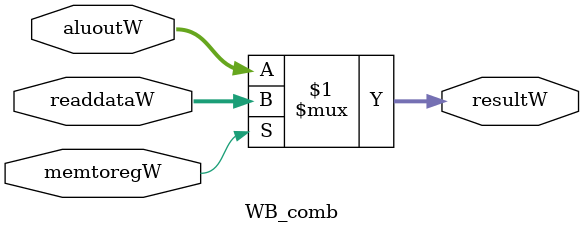
<source format=sv>
/********************************************************************************/
// all combinational circuitry in the datapath is put together in respective modules stage-wise.   

// 0th module in the machinary - purely combinatioal
// control signals - pcsrcD
// Datapath nets inputs - pcplus4F[Fetch], pcbranchD[Decode], jump_targetD
// Datapath nets putput - pc [flopped in pc register]
module pc_gen (
				input logic pcsrcD, jumpD,
				input logic [31:0] pcbranchD, jump_targetD,
				input logic [31:0] pcplus4F,
				output logic [31:0] pc
				);
	
	//assign pc = pcsrcD ? pcbranchD : pcplus4F;
	always_comb begin
		case ({pcsrcD, jumpD})
			2'b00: pc <= pcplus4F;
			2'b01: pc <= jump_targetD;
			2'b10: pc <= pcbranchD;
			default: pc <= pcplus4F;
		endcase
	end
endmodule : pc_gen
/********************************************************************************/

// 1st module in the machinary - purely combinational (IMEM doesnt have a clk!)
// control signals - none
// input to imem - pc_imem
// input from imem - imem_instn
// datapath nets inputs - pc
// datapath nets outputs - instnF, pcplus4F
module IF_comb (
				input logic [31:0] pc,
				input logic [31:0] imem_instn,
				output logic [31:0] pc_imem,
				output logic [31:0] instnF,
				output logic [31:0] pcplus4F
				);

	assign pc_imem = pc;
	assign instnF = imem_instn;
	assign pcplus4F = pc + 32'd4;
endmodule : IF_comb
/********************************************************************************/ 

// 2nd module in the machinary - reg file writes at negedge clk
// clock - clk
// control signals - regwriteW
// hazard signals - forwardAD, forwardBD
// bypass nets inputs - resultW, aluoutM
// datapath nets inputs - writeregW, instnD, pcplus4D, 
// datapath nets outputs - a, b, equalD, signimmD, pcbranchD, jump_targetD
module ID_comb (input logic clk,
				 input regwriteW,
				 input [31:0] instnD, pcplus4D,
				 input forwardAD, forwardBD,
				 input [4:0] writeregW,
				 input [31:0] resultW, aluoutM,
				 output [31:0] a, b, signimmD, pcbranchD, jump_targetD,
				 output equalD  );

	wire [31:0] A_reg, B_reg;
	regfile rf (.clk(clk),
				.we3(regwriteW),
				.ra1(instnD[25:21]), .ra2(instnD[20:16]), .wa3(writeregW),
				.wd3(resultW),
				.rd1(A_reg), .rd2(B_reg));

	assign a = forwardAD ? aluoutM : A_reg;
	assign b = forwardBD ? aluoutM : B_reg;

	assign jump_targetD = {pcplus4D[31:28], instnD[25:0], 2'b00};
	assign signimmD = {{16{instnD[15]}}, instnD[15:0]};
	assign pcbranchD = pcplus4D + (signimmD << 2);	
	assign equalD = (a-b) ? 1'b0 : 1'b1;
endmodule : ID_comb

// register file - writes during negedge of clk
module regfile(input logic clk,
				input logic we3,
				input logic [4:0] ra1, ra2, wa3,
				input logic [31:0] wd3,
				output logic [31:0] rd1, rd2);
	logic [31:0] rf[31:0];
	// three ported register file
	// read two ports combinationally
	// write third port on rising edge of clk
	// register 0 hardwired to 0
	// note: for pipelined processor, write third port
	// on falling edge of clk
	always_ff @(negedge clk) begin
		if (we3) rf[wa3] <= wd3;
	end
	assign rd1 = (ra1 != 0) ? rf[ra1] : 0;
	assign rd2 = (ra2 != 0) ? rf[ra2] : 0;
endmodule : regfile
/********************************************************************************/

// 3rd module in the machinary - purely combinational
// control signals - alusrcE, aluctrlE
// hazard signals - forwardAE, forwardBE
// datapath nets inputs - a, b, signimmE
// bypass nets inputs - resultW, aluoutM 
// datapath nets outputs - aluoutE, writedataE
/********************************************************************************/ 
module EX_comb (
				input logic alusrcE, input logic [2:0] alucontrolE,
				input logic [1:0] forwardAE, input logic [1:0] forwardBE,
				input logic [31:0] a, input logic [31:0] b, input logic [31:0] signimmE,
				input logic [31:0] resultW, input logic [31:0] aluoutM,
				output logic [31:0] aluoutE, output logic [31:0] writedataE
				);
	logic [31:0] srcAE, srcBE, srcBE_net0;
	logic alu_zero_flag; // unconnected net
	
	assign writedataE = srcBE_net0;
	assign srcBE = alusrcE ? signimmE : srcBE_net0;

	always_comb begin
		case (forwardAE)
			2'b00: srcAE <= a;	
			2'b01: srcAE <= resultW;
			2'b10: srcAE <= aluoutM;
			default: srcAE <= 32'bx;
		endcase
	end

	always_comb begin
		case (forwardBE)
			2'b00: srcBE_net0 <= b;
			2'b01: srcBE_net0 <= resultW;
			2'b10: srcBE_net0 <= aluoutM;
			default: srcBE_net0 <= 32'bx;
		endcase
	end

	alu alu0 (.srca(srcAE), .srcb(srcBE), .alucontrol(alucontrolE),
				.aluout(aluoutE), .zero(alu_zero_flag));	
endmodule : EX_comb

/// EX Stage - ALU  //////
module alu (input logic [31:0] srca, input logic [31:0] srcb, 
			input logic [2:0] alucontrol, 
			output logic [31:0] aluout, output logic zero);
	
	assign zero = (aluout == 32'd0) ? 1 : 0;
	always_comb begin
		case(alucontrol)
			3'b000: aluout <= srca & srcb;
			3'b001: aluout <= srca | srcb;
			3'b010: aluout <= srca + srcb;

			3'b100: aluout <= srca & (~srcb);
			3'b101: aluout <= srca | (~srcb);
			3'b110: aluout <= srca - srcb;
			3'b111: aluout <= (srca < srcb) ? 32'd1 : 32'd0;
			default: aluout<= 32'bx;
		endcase
	end
endmodule : alu
/********************************************************************************/

// 4th module in the machinary - (data cache write is clocked)
// control signals - memwriteM
// hazard signals -  none
// inputs to dmem - dmem_addr, dmem_wd, dmem_we
// input from dmem - dmem_ed
// datapath input nets - memwriteM, aluoutM_in, writedataM
// datapath output nets - readdataM, aluoutM_out
module MEM_comb (
				  input logic memwriteM,
				  input logic [31:0] aluoutM_in, input logic [31:0] writedataM,
				  input logic [31:0] dmem_rd,
				  output logic [31:0] dmem_addr, dmem_wd,
				  output logic dmem_we,
				  output logic [31:0] readdataM, aluoutM_out);
	
	assign dmem_addr = aluoutM_in;
	assign dmem_wd = writedataM;
	assign dmem_we = memwriteM;
	assign readdataM = dmem_rd;

	assign aluoutM_out = aluoutM_in;

endmodule : MEM_comb
/********************************************************************************/

// 5th module in the machinary - purely combinational
// control signals - memregW
// datapath nets inputs - readdataW, aluoutW
// datapath nets outputs - resultW
module WB_comb (input logic memtoregW,
				input logic [31:0] readdataW, input logic [31:0] aluoutW,
				output logic [31:0] resultW);
	assign resultW = memtoregW ? readdataW : aluoutW;
endmodule : WB_comb
/********************************************************************************/
</source>
